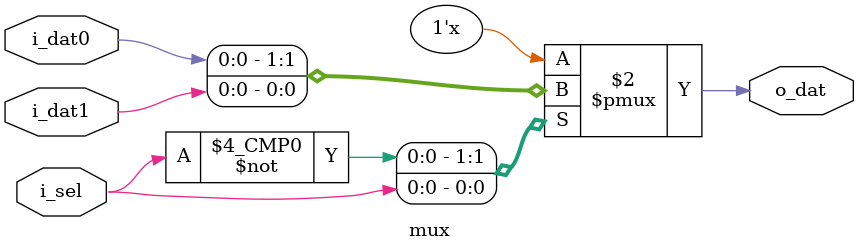
<source format=v>
module mux(i_dat0, i_dat1, i_sel, o_dat);

parameter WIDTH = 1;

input       i_sel;
input       [WIDTH-1:0]  i_dat0, i_dat1;
output reg  [WIDTH-1:0]  o_dat;

always @* begin

    o_dat = 0;

    case (i_sel)

    1'b0: o_dat = i_dat0;

    1'b1: o_dat = i_dat1;

    endcase

end

endmodule
</source>
